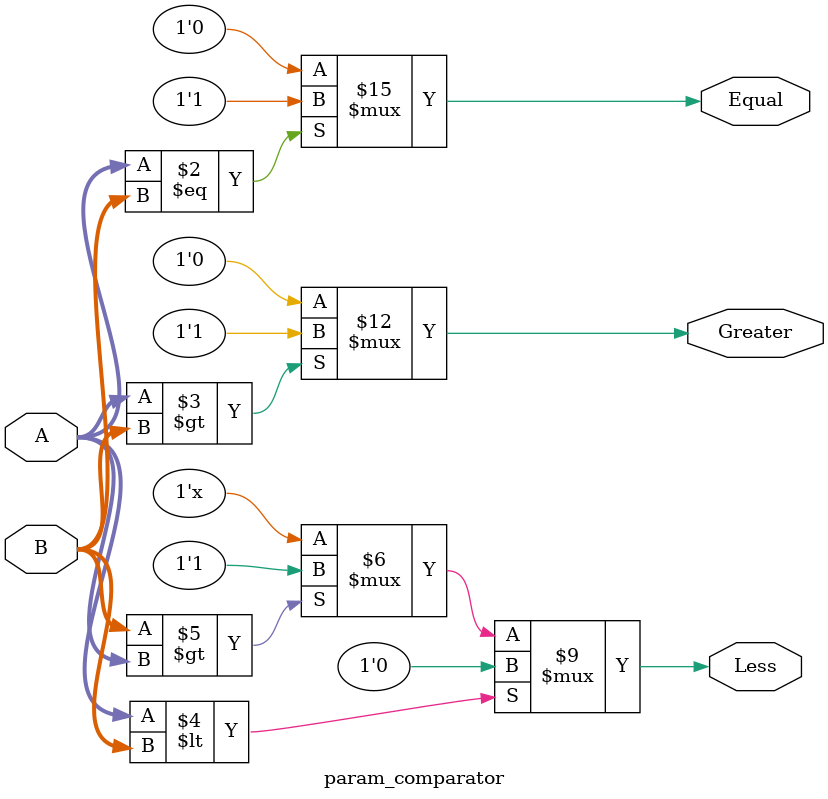
<source format=v>
module param_comparator #(
    parameter WIDTH = 8
)(
    input [WIDTH-1:0] A,
    input [WIDTH-1:0] B,
    output reg Equal,
    output reg Greater,
    output reg Less
);
    
always @(*) begin
    if (A == B)
        Equal <= 1'b1;
    else 
        Equal <= 1'b0;

    if (A > B)
        Greater <= 1'b1;
    else 
        Greater <= 1'b0;

    if (A < B)
        Less <= 1'b0;
    else if (B > A)
        Less <= 1'b1;
end

endmodule
</source>
